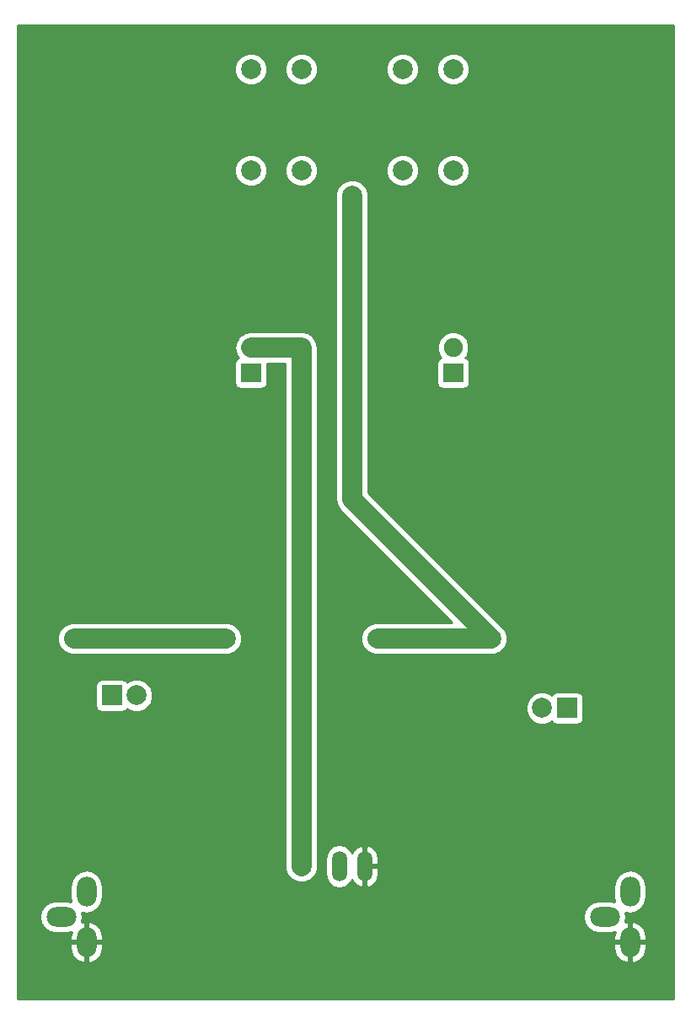
<source format=gtl>
G04 #@! TF.FileFunction,Copper,L1,Top,Signal*
%FSLAX46Y46*%
G04 Gerber Fmt 4.6, Leading zero omitted, Abs format (unit mm)*
G04 Created by KiCad (PCBNEW 4.0.5-e0-6337~49~ubuntu16.04.1) date Wed Dec 28 20:02:50 2016*
%MOMM*%
%LPD*%
G01*
G04 APERTURE LIST*
%ADD10C,0.200000*%
%ADD11R,2.000000X1.900000*%
%ADD12C,1.900000*%
%ADD13C,1.998980*%
%ADD14O,2.999740X1.998980*%
%ADD15O,1.998980X2.999740*%
%ADD16R,2.000000X2.000000*%
%ADD17C,2.000000*%
%ADD18O,1.506220X3.014980*%
%ADD19C,2.000000*%
%ADD20C,0.254000*%
G04 APERTURE END LIST*
D10*
D11*
X25400000Y64770000D03*
D12*
X25400000Y67310000D03*
D11*
X45720000Y64770000D03*
D12*
X45720000Y67310000D03*
D13*
X25400000Y85090000D03*
X25400000Y95250000D03*
X30480000Y85090000D03*
X30480000Y95250000D03*
X40640000Y85090000D03*
X40640000Y95250000D03*
X45720000Y85090000D03*
X45720000Y95250000D03*
D14*
X6350000Y10160000D03*
D15*
X8890000Y7620000D03*
X8890000Y12700000D03*
D14*
X60960000Y10160000D03*
D15*
X63500000Y7620000D03*
X63500000Y12700000D03*
D16*
X57150000Y31115000D03*
D17*
X54650000Y31115000D03*
D16*
X11430000Y32385000D03*
D17*
X13930000Y32385000D03*
D18*
X34290000Y15240000D03*
X36830000Y15240000D03*
D17*
X38100000Y38100000D03*
X22860000Y38100000D03*
X7620000Y38100000D03*
X35560000Y82550000D03*
X49530000Y38100000D03*
X30480000Y15240000D03*
D19*
X38100000Y38100000D02*
X49530000Y38100000D01*
X7620000Y38100000D02*
X22860000Y38100000D01*
X35560000Y52070000D02*
X35560000Y82550000D01*
X49530000Y38100000D02*
X35560000Y52070000D01*
X30480000Y67310000D02*
X25400000Y67310000D01*
X30480000Y15240000D02*
X30480000Y67310000D01*
D20*
G36*
X67870000Y1980000D02*
X1980000Y1980000D01*
X1980000Y7493000D01*
X7255510Y7493000D01*
X7255510Y6992620D01*
X7428529Y6376795D01*
X7824044Y5874058D01*
X8381841Y5560947D01*
X8509646Y5530001D01*
X8763000Y5649355D01*
X8763000Y7493000D01*
X9017000Y7493000D01*
X9017000Y5649355D01*
X9270354Y5530001D01*
X9398159Y5560947D01*
X9955956Y5874058D01*
X10351471Y6376795D01*
X10524490Y6992620D01*
X10524490Y7493000D01*
X61865510Y7493000D01*
X61865510Y6992620D01*
X62038529Y6376795D01*
X62434044Y5874058D01*
X62991841Y5560947D01*
X63119646Y5530001D01*
X63373000Y5649355D01*
X63373000Y7493000D01*
X63627000Y7493000D01*
X63627000Y5649355D01*
X63880354Y5530001D01*
X64008159Y5560947D01*
X64565956Y5874058D01*
X64961471Y6376795D01*
X65134490Y6992620D01*
X65134490Y7493000D01*
X63627000Y7493000D01*
X63373000Y7493000D01*
X61865510Y7493000D01*
X10524490Y7493000D01*
X9017000Y7493000D01*
X8763000Y7493000D01*
X7255510Y7493000D01*
X1980000Y7493000D01*
X1980000Y10160000D01*
X4173305Y10160000D01*
X4297723Y9534508D01*
X4652036Y9004241D01*
X5182303Y8649928D01*
X5807795Y8525510D01*
X6892205Y8525510D01*
X7359783Y8618517D01*
X7255510Y8247380D01*
X7255510Y7747000D01*
X8763000Y7747000D01*
X8763000Y9590645D01*
X9017000Y9590645D01*
X9017000Y7747000D01*
X10524490Y7747000D01*
X10524490Y8247380D01*
X10351471Y8863205D01*
X9955956Y9365942D01*
X9398159Y9679053D01*
X9270354Y9709999D01*
X9017000Y9590645D01*
X8763000Y9590645D01*
X8509646Y9709999D01*
X8433518Y9691566D01*
X8526695Y10160000D01*
X58783305Y10160000D01*
X58907723Y9534508D01*
X59262036Y9004241D01*
X59792303Y8649928D01*
X60417795Y8525510D01*
X61502205Y8525510D01*
X61969783Y8618517D01*
X61865510Y8247380D01*
X61865510Y7747000D01*
X63373000Y7747000D01*
X63373000Y9590645D01*
X63627000Y9590645D01*
X63627000Y7747000D01*
X65134490Y7747000D01*
X65134490Y8247380D01*
X64961471Y8863205D01*
X64565956Y9365942D01*
X64008159Y9679053D01*
X63880354Y9709999D01*
X63627000Y9590645D01*
X63373000Y9590645D01*
X63119646Y9709999D01*
X63043518Y9691566D01*
X63136695Y10160000D01*
X63046485Y10613515D01*
X63500000Y10523305D01*
X64125492Y10647723D01*
X64655759Y11002036D01*
X65010072Y11532303D01*
X65134490Y12157795D01*
X65134490Y13242205D01*
X65010072Y13867697D01*
X64655759Y14397964D01*
X64125492Y14752277D01*
X63500000Y14876695D01*
X62874508Y14752277D01*
X62344241Y14397964D01*
X61989928Y13867697D01*
X61865510Y13242205D01*
X61865510Y12157795D01*
X61955720Y11704280D01*
X61502205Y11794490D01*
X60417795Y11794490D01*
X59792303Y11670072D01*
X59262036Y11315759D01*
X58907723Y10785492D01*
X58783305Y10160000D01*
X8526695Y10160000D01*
X8436485Y10613515D01*
X8890000Y10523305D01*
X9515492Y10647723D01*
X10045759Y11002036D01*
X10400072Y11532303D01*
X10524490Y12157795D01*
X10524490Y13242205D01*
X10400072Y13867697D01*
X10045759Y14397964D01*
X9515492Y14752277D01*
X8890000Y14876695D01*
X8264508Y14752277D01*
X7734241Y14397964D01*
X7379928Y13867697D01*
X7255510Y13242205D01*
X7255510Y12157795D01*
X7345720Y11704280D01*
X6892205Y11794490D01*
X5807795Y11794490D01*
X5182303Y11670072D01*
X4652036Y11315759D01*
X4297723Y10785492D01*
X4173305Y10160000D01*
X1980000Y10160000D01*
X1980000Y33385000D01*
X9782560Y33385000D01*
X9782560Y31385000D01*
X9826838Y31149683D01*
X9965910Y30933559D01*
X10178110Y30788569D01*
X10430000Y30737560D01*
X12430000Y30737560D01*
X12665317Y30781838D01*
X12881441Y30920910D01*
X12962656Y31039773D01*
X13002637Y30999722D01*
X13603352Y30750284D01*
X14253795Y30749716D01*
X14854943Y30998106D01*
X15315278Y31457637D01*
X15564716Y32058352D01*
X15565284Y32708795D01*
X15316894Y33309943D01*
X14857363Y33770278D01*
X14256648Y34019716D01*
X13606205Y34020284D01*
X13005057Y33771894D01*
X12962781Y33729692D01*
X12894090Y33836441D01*
X12681890Y33981431D01*
X12430000Y34032440D01*
X10430000Y34032440D01*
X10194683Y33988162D01*
X9978559Y33849090D01*
X9833569Y33636890D01*
X9782560Y33385000D01*
X1980000Y33385000D01*
X1980000Y37776205D01*
X5984716Y37776205D01*
X6233106Y37175057D01*
X6692637Y36714722D01*
X7293352Y36465284D01*
X7943795Y36464716D01*
X7944482Y36465000D01*
X22858573Y36465000D01*
X23183795Y36464716D01*
X23784943Y36713106D01*
X24245278Y37172637D01*
X24494716Y37773352D01*
X24495284Y38423795D01*
X24246894Y39024943D01*
X23787363Y39485278D01*
X23186648Y39734716D01*
X22536205Y39735284D01*
X22535518Y39735000D01*
X7621426Y39735000D01*
X7296205Y39735284D01*
X6695057Y39486894D01*
X6234722Y39027363D01*
X5985284Y38426648D01*
X5984716Y37776205D01*
X1980000Y37776205D01*
X1980000Y65720000D01*
X23752560Y65720000D01*
X23752560Y63820000D01*
X23796838Y63584683D01*
X23935910Y63368559D01*
X24148110Y63223569D01*
X24400000Y63172560D01*
X26400000Y63172560D01*
X26635317Y63216838D01*
X26851441Y63355910D01*
X26996431Y63568110D01*
X27047440Y63820000D01*
X27047440Y65675000D01*
X28845000Y65675000D01*
X28845000Y15241426D01*
X28844716Y14916205D01*
X29093106Y14315057D01*
X29552637Y13854722D01*
X30153352Y13605284D01*
X30803795Y13604716D01*
X31404943Y13853106D01*
X31865278Y14312637D01*
X32114716Y14913352D01*
X32115284Y15563795D01*
X32115000Y15564482D01*
X32115000Y16036354D01*
X32901890Y16036354D01*
X32901890Y14443646D01*
X33007554Y13912439D01*
X33308458Y13462104D01*
X33758793Y13161200D01*
X34290000Y13055536D01*
X34821207Y13161200D01*
X35271542Y13462104D01*
X35572446Y13912439D01*
X35573016Y13915306D01*
X35596154Y13837081D01*
X35938260Y13414276D01*
X36416125Y13154573D01*
X36488326Y13140217D01*
X36703000Y13262838D01*
X36703000Y15113000D01*
X36957000Y15113000D01*
X36957000Y13262838D01*
X37171674Y13140217D01*
X37243875Y13154573D01*
X37721740Y13414276D01*
X38063846Y13837081D01*
X38218110Y14358620D01*
X38218110Y15113000D01*
X36957000Y15113000D01*
X36703000Y15113000D01*
X36683000Y15113000D01*
X36683000Y15367000D01*
X36703000Y15367000D01*
X36703000Y17217162D01*
X36957000Y17217162D01*
X36957000Y15367000D01*
X38218110Y15367000D01*
X38218110Y16121380D01*
X38063846Y16642919D01*
X37721740Y17065724D01*
X37243875Y17325427D01*
X37171674Y17339783D01*
X36957000Y17217162D01*
X36703000Y17217162D01*
X36488326Y17339783D01*
X36416125Y17325427D01*
X35938260Y17065724D01*
X35596154Y16642919D01*
X35573016Y16564694D01*
X35572446Y16567561D01*
X35271542Y17017896D01*
X34821207Y17318800D01*
X34290000Y17424464D01*
X33758793Y17318800D01*
X33308458Y17017896D01*
X33007554Y16567561D01*
X32901890Y16036354D01*
X32115000Y16036354D01*
X32115000Y30791205D01*
X53014716Y30791205D01*
X53263106Y30190057D01*
X53722637Y29729722D01*
X54323352Y29480284D01*
X54973795Y29479716D01*
X55574943Y29728106D01*
X55617219Y29770308D01*
X55685910Y29663559D01*
X55898110Y29518569D01*
X56150000Y29467560D01*
X58150000Y29467560D01*
X58385317Y29511838D01*
X58601441Y29650910D01*
X58746431Y29863110D01*
X58797440Y30115000D01*
X58797440Y32115000D01*
X58753162Y32350317D01*
X58614090Y32566441D01*
X58401890Y32711431D01*
X58150000Y32762440D01*
X56150000Y32762440D01*
X55914683Y32718162D01*
X55698559Y32579090D01*
X55617344Y32460227D01*
X55577363Y32500278D01*
X54976648Y32749716D01*
X54326205Y32750284D01*
X53725057Y32501894D01*
X53264722Y32042363D01*
X53015284Y31441648D01*
X53014716Y30791205D01*
X32115000Y30791205D01*
X32115000Y67310000D01*
X31990543Y67935687D01*
X31636120Y68466120D01*
X31105687Y68820543D01*
X30480000Y68945000D01*
X25400000Y68945000D01*
X25149736Y68895219D01*
X25086107Y68895275D01*
X25026782Y68870762D01*
X24774313Y68820543D01*
X24562146Y68678778D01*
X24503343Y68654481D01*
X24457918Y68609135D01*
X24243880Y68466120D01*
X24102116Y68253954D01*
X24057086Y68209003D01*
X24032471Y68149723D01*
X23889457Y67935687D01*
X23839676Y67685420D01*
X23815276Y67626659D01*
X23815220Y67562472D01*
X23765000Y67310000D01*
X23814781Y67059736D01*
X23814725Y66996107D01*
X23839238Y66936782D01*
X23889457Y66684313D01*
X24031222Y66472146D01*
X24055519Y66413343D01*
X24100865Y66367918D01*
X24140967Y66307901D01*
X23948559Y66184090D01*
X23803569Y65971890D01*
X23752560Y65720000D01*
X1980000Y65720000D01*
X1980000Y82226205D01*
X33924716Y82226205D01*
X33925000Y82225518D01*
X33925000Y52070005D01*
X33924999Y52070000D01*
X34049457Y51444312D01*
X34403880Y50913880D01*
X45582761Y39735000D01*
X38101426Y39735000D01*
X37776205Y39735284D01*
X37175057Y39486894D01*
X36714722Y39027363D01*
X36465284Y38426648D01*
X36464716Y37776205D01*
X36713106Y37175057D01*
X37172637Y36714722D01*
X37773352Y36465284D01*
X38423795Y36464716D01*
X38424482Y36465000D01*
X49528573Y36465000D01*
X49853795Y36464716D01*
X50454943Y36713106D01*
X50915278Y37172637D01*
X51164716Y37773352D01*
X51165284Y38423795D01*
X50916894Y39024943D01*
X50457363Y39485278D01*
X50456676Y39485563D01*
X37195000Y52747240D01*
X37195000Y65720000D01*
X44072560Y65720000D01*
X44072560Y63820000D01*
X44116838Y63584683D01*
X44255910Y63368559D01*
X44468110Y63223569D01*
X44720000Y63172560D01*
X46720000Y63172560D01*
X46955317Y63216838D01*
X47171441Y63355910D01*
X47316431Y63568110D01*
X47367440Y63820000D01*
X47367440Y65720000D01*
X47323162Y65955317D01*
X47184090Y66171441D01*
X46971890Y66316431D01*
X46968808Y66317055D01*
X47062914Y66410997D01*
X47304724Y66993341D01*
X47305275Y67623893D01*
X47064481Y68206657D01*
X46619003Y68652914D01*
X46036659Y68894724D01*
X45406107Y68895275D01*
X44823343Y68654481D01*
X44377086Y68209003D01*
X44135276Y67626659D01*
X44134725Y66996107D01*
X44375519Y66413343D01*
X44473029Y66315663D01*
X44268559Y66184090D01*
X44123569Y65971890D01*
X44072560Y65720000D01*
X37195000Y65720000D01*
X37195000Y82548573D01*
X37195284Y82873795D01*
X36946894Y83474943D01*
X36487363Y83935278D01*
X35886648Y84184716D01*
X35236205Y84185284D01*
X34635057Y83936894D01*
X34174722Y83477363D01*
X33925284Y82876648D01*
X33924716Y82226205D01*
X1980000Y82226205D01*
X1980000Y84766306D01*
X23765226Y84766306D01*
X24013538Y84165345D01*
X24472927Y83705154D01*
X25073453Y83455794D01*
X25723694Y83455226D01*
X26324655Y83703538D01*
X26784846Y84162927D01*
X27034206Y84763453D01*
X27034208Y84766306D01*
X28845226Y84766306D01*
X29093538Y84165345D01*
X29552927Y83705154D01*
X30153453Y83455794D01*
X30803694Y83455226D01*
X31404655Y83703538D01*
X31864846Y84162927D01*
X32114206Y84763453D01*
X32114208Y84766306D01*
X39005226Y84766306D01*
X39253538Y84165345D01*
X39712927Y83705154D01*
X40313453Y83455794D01*
X40963694Y83455226D01*
X41564655Y83703538D01*
X42024846Y84162927D01*
X42274206Y84763453D01*
X42274208Y84766306D01*
X44085226Y84766306D01*
X44333538Y84165345D01*
X44792927Y83705154D01*
X45393453Y83455794D01*
X46043694Y83455226D01*
X46644655Y83703538D01*
X47104846Y84162927D01*
X47354206Y84763453D01*
X47354774Y85413694D01*
X47106462Y86014655D01*
X46647073Y86474846D01*
X46046547Y86724206D01*
X45396306Y86724774D01*
X44795345Y86476462D01*
X44335154Y86017073D01*
X44085794Y85416547D01*
X44085226Y84766306D01*
X42274208Y84766306D01*
X42274774Y85413694D01*
X42026462Y86014655D01*
X41567073Y86474846D01*
X40966547Y86724206D01*
X40316306Y86724774D01*
X39715345Y86476462D01*
X39255154Y86017073D01*
X39005794Y85416547D01*
X39005226Y84766306D01*
X32114208Y84766306D01*
X32114774Y85413694D01*
X31866462Y86014655D01*
X31407073Y86474846D01*
X30806547Y86724206D01*
X30156306Y86724774D01*
X29555345Y86476462D01*
X29095154Y86017073D01*
X28845794Y85416547D01*
X28845226Y84766306D01*
X27034208Y84766306D01*
X27034774Y85413694D01*
X26786462Y86014655D01*
X26327073Y86474846D01*
X25726547Y86724206D01*
X25076306Y86724774D01*
X24475345Y86476462D01*
X24015154Y86017073D01*
X23765794Y85416547D01*
X23765226Y84766306D01*
X1980000Y84766306D01*
X1980000Y94926306D01*
X23765226Y94926306D01*
X24013538Y94325345D01*
X24472927Y93865154D01*
X25073453Y93615794D01*
X25723694Y93615226D01*
X26324655Y93863538D01*
X26784846Y94322927D01*
X27034206Y94923453D01*
X27034208Y94926306D01*
X28845226Y94926306D01*
X29093538Y94325345D01*
X29552927Y93865154D01*
X30153453Y93615794D01*
X30803694Y93615226D01*
X31404655Y93863538D01*
X31864846Y94322927D01*
X32114206Y94923453D01*
X32114208Y94926306D01*
X39005226Y94926306D01*
X39253538Y94325345D01*
X39712927Y93865154D01*
X40313453Y93615794D01*
X40963694Y93615226D01*
X41564655Y93863538D01*
X42024846Y94322927D01*
X42274206Y94923453D01*
X42274208Y94926306D01*
X44085226Y94926306D01*
X44333538Y94325345D01*
X44792927Y93865154D01*
X45393453Y93615794D01*
X46043694Y93615226D01*
X46644655Y93863538D01*
X47104846Y94322927D01*
X47354206Y94923453D01*
X47354774Y95573694D01*
X47106462Y96174655D01*
X46647073Y96634846D01*
X46046547Y96884206D01*
X45396306Y96884774D01*
X44795345Y96636462D01*
X44335154Y96177073D01*
X44085794Y95576547D01*
X44085226Y94926306D01*
X42274208Y94926306D01*
X42274774Y95573694D01*
X42026462Y96174655D01*
X41567073Y96634846D01*
X40966547Y96884206D01*
X40316306Y96884774D01*
X39715345Y96636462D01*
X39255154Y96177073D01*
X39005794Y95576547D01*
X39005226Y94926306D01*
X32114208Y94926306D01*
X32114774Y95573694D01*
X31866462Y96174655D01*
X31407073Y96634846D01*
X30806547Y96884206D01*
X30156306Y96884774D01*
X29555345Y96636462D01*
X29095154Y96177073D01*
X28845794Y95576547D01*
X28845226Y94926306D01*
X27034208Y94926306D01*
X27034774Y95573694D01*
X26786462Y96174655D01*
X26327073Y96634846D01*
X25726547Y96884206D01*
X25076306Y96884774D01*
X24475345Y96636462D01*
X24015154Y96177073D01*
X23765794Y95576547D01*
X23765226Y94926306D01*
X1980000Y94926306D01*
X1980000Y99620000D01*
X67870000Y99620000D01*
X67870000Y1980000D01*
X67870000Y1980000D01*
G37*
X67870000Y1980000D02*
X1980000Y1980000D01*
X1980000Y7493000D01*
X7255510Y7493000D01*
X7255510Y6992620D01*
X7428529Y6376795D01*
X7824044Y5874058D01*
X8381841Y5560947D01*
X8509646Y5530001D01*
X8763000Y5649355D01*
X8763000Y7493000D01*
X9017000Y7493000D01*
X9017000Y5649355D01*
X9270354Y5530001D01*
X9398159Y5560947D01*
X9955956Y5874058D01*
X10351471Y6376795D01*
X10524490Y6992620D01*
X10524490Y7493000D01*
X61865510Y7493000D01*
X61865510Y6992620D01*
X62038529Y6376795D01*
X62434044Y5874058D01*
X62991841Y5560947D01*
X63119646Y5530001D01*
X63373000Y5649355D01*
X63373000Y7493000D01*
X63627000Y7493000D01*
X63627000Y5649355D01*
X63880354Y5530001D01*
X64008159Y5560947D01*
X64565956Y5874058D01*
X64961471Y6376795D01*
X65134490Y6992620D01*
X65134490Y7493000D01*
X63627000Y7493000D01*
X63373000Y7493000D01*
X61865510Y7493000D01*
X10524490Y7493000D01*
X9017000Y7493000D01*
X8763000Y7493000D01*
X7255510Y7493000D01*
X1980000Y7493000D01*
X1980000Y10160000D01*
X4173305Y10160000D01*
X4297723Y9534508D01*
X4652036Y9004241D01*
X5182303Y8649928D01*
X5807795Y8525510D01*
X6892205Y8525510D01*
X7359783Y8618517D01*
X7255510Y8247380D01*
X7255510Y7747000D01*
X8763000Y7747000D01*
X8763000Y9590645D01*
X9017000Y9590645D01*
X9017000Y7747000D01*
X10524490Y7747000D01*
X10524490Y8247380D01*
X10351471Y8863205D01*
X9955956Y9365942D01*
X9398159Y9679053D01*
X9270354Y9709999D01*
X9017000Y9590645D01*
X8763000Y9590645D01*
X8509646Y9709999D01*
X8433518Y9691566D01*
X8526695Y10160000D01*
X58783305Y10160000D01*
X58907723Y9534508D01*
X59262036Y9004241D01*
X59792303Y8649928D01*
X60417795Y8525510D01*
X61502205Y8525510D01*
X61969783Y8618517D01*
X61865510Y8247380D01*
X61865510Y7747000D01*
X63373000Y7747000D01*
X63373000Y9590645D01*
X63627000Y9590645D01*
X63627000Y7747000D01*
X65134490Y7747000D01*
X65134490Y8247380D01*
X64961471Y8863205D01*
X64565956Y9365942D01*
X64008159Y9679053D01*
X63880354Y9709999D01*
X63627000Y9590645D01*
X63373000Y9590645D01*
X63119646Y9709999D01*
X63043518Y9691566D01*
X63136695Y10160000D01*
X63046485Y10613515D01*
X63500000Y10523305D01*
X64125492Y10647723D01*
X64655759Y11002036D01*
X65010072Y11532303D01*
X65134490Y12157795D01*
X65134490Y13242205D01*
X65010072Y13867697D01*
X64655759Y14397964D01*
X64125492Y14752277D01*
X63500000Y14876695D01*
X62874508Y14752277D01*
X62344241Y14397964D01*
X61989928Y13867697D01*
X61865510Y13242205D01*
X61865510Y12157795D01*
X61955720Y11704280D01*
X61502205Y11794490D01*
X60417795Y11794490D01*
X59792303Y11670072D01*
X59262036Y11315759D01*
X58907723Y10785492D01*
X58783305Y10160000D01*
X8526695Y10160000D01*
X8436485Y10613515D01*
X8890000Y10523305D01*
X9515492Y10647723D01*
X10045759Y11002036D01*
X10400072Y11532303D01*
X10524490Y12157795D01*
X10524490Y13242205D01*
X10400072Y13867697D01*
X10045759Y14397964D01*
X9515492Y14752277D01*
X8890000Y14876695D01*
X8264508Y14752277D01*
X7734241Y14397964D01*
X7379928Y13867697D01*
X7255510Y13242205D01*
X7255510Y12157795D01*
X7345720Y11704280D01*
X6892205Y11794490D01*
X5807795Y11794490D01*
X5182303Y11670072D01*
X4652036Y11315759D01*
X4297723Y10785492D01*
X4173305Y10160000D01*
X1980000Y10160000D01*
X1980000Y33385000D01*
X9782560Y33385000D01*
X9782560Y31385000D01*
X9826838Y31149683D01*
X9965910Y30933559D01*
X10178110Y30788569D01*
X10430000Y30737560D01*
X12430000Y30737560D01*
X12665317Y30781838D01*
X12881441Y30920910D01*
X12962656Y31039773D01*
X13002637Y30999722D01*
X13603352Y30750284D01*
X14253795Y30749716D01*
X14854943Y30998106D01*
X15315278Y31457637D01*
X15564716Y32058352D01*
X15565284Y32708795D01*
X15316894Y33309943D01*
X14857363Y33770278D01*
X14256648Y34019716D01*
X13606205Y34020284D01*
X13005057Y33771894D01*
X12962781Y33729692D01*
X12894090Y33836441D01*
X12681890Y33981431D01*
X12430000Y34032440D01*
X10430000Y34032440D01*
X10194683Y33988162D01*
X9978559Y33849090D01*
X9833569Y33636890D01*
X9782560Y33385000D01*
X1980000Y33385000D01*
X1980000Y37776205D01*
X5984716Y37776205D01*
X6233106Y37175057D01*
X6692637Y36714722D01*
X7293352Y36465284D01*
X7943795Y36464716D01*
X7944482Y36465000D01*
X22858573Y36465000D01*
X23183795Y36464716D01*
X23784943Y36713106D01*
X24245278Y37172637D01*
X24494716Y37773352D01*
X24495284Y38423795D01*
X24246894Y39024943D01*
X23787363Y39485278D01*
X23186648Y39734716D01*
X22536205Y39735284D01*
X22535518Y39735000D01*
X7621426Y39735000D01*
X7296205Y39735284D01*
X6695057Y39486894D01*
X6234722Y39027363D01*
X5985284Y38426648D01*
X5984716Y37776205D01*
X1980000Y37776205D01*
X1980000Y65720000D01*
X23752560Y65720000D01*
X23752560Y63820000D01*
X23796838Y63584683D01*
X23935910Y63368559D01*
X24148110Y63223569D01*
X24400000Y63172560D01*
X26400000Y63172560D01*
X26635317Y63216838D01*
X26851441Y63355910D01*
X26996431Y63568110D01*
X27047440Y63820000D01*
X27047440Y65675000D01*
X28845000Y65675000D01*
X28845000Y15241426D01*
X28844716Y14916205D01*
X29093106Y14315057D01*
X29552637Y13854722D01*
X30153352Y13605284D01*
X30803795Y13604716D01*
X31404943Y13853106D01*
X31865278Y14312637D01*
X32114716Y14913352D01*
X32115284Y15563795D01*
X32115000Y15564482D01*
X32115000Y16036354D01*
X32901890Y16036354D01*
X32901890Y14443646D01*
X33007554Y13912439D01*
X33308458Y13462104D01*
X33758793Y13161200D01*
X34290000Y13055536D01*
X34821207Y13161200D01*
X35271542Y13462104D01*
X35572446Y13912439D01*
X35573016Y13915306D01*
X35596154Y13837081D01*
X35938260Y13414276D01*
X36416125Y13154573D01*
X36488326Y13140217D01*
X36703000Y13262838D01*
X36703000Y15113000D01*
X36957000Y15113000D01*
X36957000Y13262838D01*
X37171674Y13140217D01*
X37243875Y13154573D01*
X37721740Y13414276D01*
X38063846Y13837081D01*
X38218110Y14358620D01*
X38218110Y15113000D01*
X36957000Y15113000D01*
X36703000Y15113000D01*
X36683000Y15113000D01*
X36683000Y15367000D01*
X36703000Y15367000D01*
X36703000Y17217162D01*
X36957000Y17217162D01*
X36957000Y15367000D01*
X38218110Y15367000D01*
X38218110Y16121380D01*
X38063846Y16642919D01*
X37721740Y17065724D01*
X37243875Y17325427D01*
X37171674Y17339783D01*
X36957000Y17217162D01*
X36703000Y17217162D01*
X36488326Y17339783D01*
X36416125Y17325427D01*
X35938260Y17065724D01*
X35596154Y16642919D01*
X35573016Y16564694D01*
X35572446Y16567561D01*
X35271542Y17017896D01*
X34821207Y17318800D01*
X34290000Y17424464D01*
X33758793Y17318800D01*
X33308458Y17017896D01*
X33007554Y16567561D01*
X32901890Y16036354D01*
X32115000Y16036354D01*
X32115000Y30791205D01*
X53014716Y30791205D01*
X53263106Y30190057D01*
X53722637Y29729722D01*
X54323352Y29480284D01*
X54973795Y29479716D01*
X55574943Y29728106D01*
X55617219Y29770308D01*
X55685910Y29663559D01*
X55898110Y29518569D01*
X56150000Y29467560D01*
X58150000Y29467560D01*
X58385317Y29511838D01*
X58601441Y29650910D01*
X58746431Y29863110D01*
X58797440Y30115000D01*
X58797440Y32115000D01*
X58753162Y32350317D01*
X58614090Y32566441D01*
X58401890Y32711431D01*
X58150000Y32762440D01*
X56150000Y32762440D01*
X55914683Y32718162D01*
X55698559Y32579090D01*
X55617344Y32460227D01*
X55577363Y32500278D01*
X54976648Y32749716D01*
X54326205Y32750284D01*
X53725057Y32501894D01*
X53264722Y32042363D01*
X53015284Y31441648D01*
X53014716Y30791205D01*
X32115000Y30791205D01*
X32115000Y67310000D01*
X31990543Y67935687D01*
X31636120Y68466120D01*
X31105687Y68820543D01*
X30480000Y68945000D01*
X25400000Y68945000D01*
X25149736Y68895219D01*
X25086107Y68895275D01*
X25026782Y68870762D01*
X24774313Y68820543D01*
X24562146Y68678778D01*
X24503343Y68654481D01*
X24457918Y68609135D01*
X24243880Y68466120D01*
X24102116Y68253954D01*
X24057086Y68209003D01*
X24032471Y68149723D01*
X23889457Y67935687D01*
X23839676Y67685420D01*
X23815276Y67626659D01*
X23815220Y67562472D01*
X23765000Y67310000D01*
X23814781Y67059736D01*
X23814725Y66996107D01*
X23839238Y66936782D01*
X23889457Y66684313D01*
X24031222Y66472146D01*
X24055519Y66413343D01*
X24100865Y66367918D01*
X24140967Y66307901D01*
X23948559Y66184090D01*
X23803569Y65971890D01*
X23752560Y65720000D01*
X1980000Y65720000D01*
X1980000Y82226205D01*
X33924716Y82226205D01*
X33925000Y82225518D01*
X33925000Y52070005D01*
X33924999Y52070000D01*
X34049457Y51444312D01*
X34403880Y50913880D01*
X45582761Y39735000D01*
X38101426Y39735000D01*
X37776205Y39735284D01*
X37175057Y39486894D01*
X36714722Y39027363D01*
X36465284Y38426648D01*
X36464716Y37776205D01*
X36713106Y37175057D01*
X37172637Y36714722D01*
X37773352Y36465284D01*
X38423795Y36464716D01*
X38424482Y36465000D01*
X49528573Y36465000D01*
X49853795Y36464716D01*
X50454943Y36713106D01*
X50915278Y37172637D01*
X51164716Y37773352D01*
X51165284Y38423795D01*
X50916894Y39024943D01*
X50457363Y39485278D01*
X50456676Y39485563D01*
X37195000Y52747240D01*
X37195000Y65720000D01*
X44072560Y65720000D01*
X44072560Y63820000D01*
X44116838Y63584683D01*
X44255910Y63368559D01*
X44468110Y63223569D01*
X44720000Y63172560D01*
X46720000Y63172560D01*
X46955317Y63216838D01*
X47171441Y63355910D01*
X47316431Y63568110D01*
X47367440Y63820000D01*
X47367440Y65720000D01*
X47323162Y65955317D01*
X47184090Y66171441D01*
X46971890Y66316431D01*
X46968808Y66317055D01*
X47062914Y66410997D01*
X47304724Y66993341D01*
X47305275Y67623893D01*
X47064481Y68206657D01*
X46619003Y68652914D01*
X46036659Y68894724D01*
X45406107Y68895275D01*
X44823343Y68654481D01*
X44377086Y68209003D01*
X44135276Y67626659D01*
X44134725Y66996107D01*
X44375519Y66413343D01*
X44473029Y66315663D01*
X44268559Y66184090D01*
X44123569Y65971890D01*
X44072560Y65720000D01*
X37195000Y65720000D01*
X37195000Y82548573D01*
X37195284Y82873795D01*
X36946894Y83474943D01*
X36487363Y83935278D01*
X35886648Y84184716D01*
X35236205Y84185284D01*
X34635057Y83936894D01*
X34174722Y83477363D01*
X33925284Y82876648D01*
X33924716Y82226205D01*
X1980000Y82226205D01*
X1980000Y84766306D01*
X23765226Y84766306D01*
X24013538Y84165345D01*
X24472927Y83705154D01*
X25073453Y83455794D01*
X25723694Y83455226D01*
X26324655Y83703538D01*
X26784846Y84162927D01*
X27034206Y84763453D01*
X27034208Y84766306D01*
X28845226Y84766306D01*
X29093538Y84165345D01*
X29552927Y83705154D01*
X30153453Y83455794D01*
X30803694Y83455226D01*
X31404655Y83703538D01*
X31864846Y84162927D01*
X32114206Y84763453D01*
X32114208Y84766306D01*
X39005226Y84766306D01*
X39253538Y84165345D01*
X39712927Y83705154D01*
X40313453Y83455794D01*
X40963694Y83455226D01*
X41564655Y83703538D01*
X42024846Y84162927D01*
X42274206Y84763453D01*
X42274208Y84766306D01*
X44085226Y84766306D01*
X44333538Y84165345D01*
X44792927Y83705154D01*
X45393453Y83455794D01*
X46043694Y83455226D01*
X46644655Y83703538D01*
X47104846Y84162927D01*
X47354206Y84763453D01*
X47354774Y85413694D01*
X47106462Y86014655D01*
X46647073Y86474846D01*
X46046547Y86724206D01*
X45396306Y86724774D01*
X44795345Y86476462D01*
X44335154Y86017073D01*
X44085794Y85416547D01*
X44085226Y84766306D01*
X42274208Y84766306D01*
X42274774Y85413694D01*
X42026462Y86014655D01*
X41567073Y86474846D01*
X40966547Y86724206D01*
X40316306Y86724774D01*
X39715345Y86476462D01*
X39255154Y86017073D01*
X39005794Y85416547D01*
X39005226Y84766306D01*
X32114208Y84766306D01*
X32114774Y85413694D01*
X31866462Y86014655D01*
X31407073Y86474846D01*
X30806547Y86724206D01*
X30156306Y86724774D01*
X29555345Y86476462D01*
X29095154Y86017073D01*
X28845794Y85416547D01*
X28845226Y84766306D01*
X27034208Y84766306D01*
X27034774Y85413694D01*
X26786462Y86014655D01*
X26327073Y86474846D01*
X25726547Y86724206D01*
X25076306Y86724774D01*
X24475345Y86476462D01*
X24015154Y86017073D01*
X23765794Y85416547D01*
X23765226Y84766306D01*
X1980000Y84766306D01*
X1980000Y94926306D01*
X23765226Y94926306D01*
X24013538Y94325345D01*
X24472927Y93865154D01*
X25073453Y93615794D01*
X25723694Y93615226D01*
X26324655Y93863538D01*
X26784846Y94322927D01*
X27034206Y94923453D01*
X27034208Y94926306D01*
X28845226Y94926306D01*
X29093538Y94325345D01*
X29552927Y93865154D01*
X30153453Y93615794D01*
X30803694Y93615226D01*
X31404655Y93863538D01*
X31864846Y94322927D01*
X32114206Y94923453D01*
X32114208Y94926306D01*
X39005226Y94926306D01*
X39253538Y94325345D01*
X39712927Y93865154D01*
X40313453Y93615794D01*
X40963694Y93615226D01*
X41564655Y93863538D01*
X42024846Y94322927D01*
X42274206Y94923453D01*
X42274208Y94926306D01*
X44085226Y94926306D01*
X44333538Y94325345D01*
X44792927Y93865154D01*
X45393453Y93615794D01*
X46043694Y93615226D01*
X46644655Y93863538D01*
X47104846Y94322927D01*
X47354206Y94923453D01*
X47354774Y95573694D01*
X47106462Y96174655D01*
X46647073Y96634846D01*
X46046547Y96884206D01*
X45396306Y96884774D01*
X44795345Y96636462D01*
X44335154Y96177073D01*
X44085794Y95576547D01*
X44085226Y94926306D01*
X42274208Y94926306D01*
X42274774Y95573694D01*
X42026462Y96174655D01*
X41567073Y96634846D01*
X40966547Y96884206D01*
X40316306Y96884774D01*
X39715345Y96636462D01*
X39255154Y96177073D01*
X39005794Y95576547D01*
X39005226Y94926306D01*
X32114208Y94926306D01*
X32114774Y95573694D01*
X31866462Y96174655D01*
X31407073Y96634846D01*
X30806547Y96884206D01*
X30156306Y96884774D01*
X29555345Y96636462D01*
X29095154Y96177073D01*
X28845794Y95576547D01*
X28845226Y94926306D01*
X27034208Y94926306D01*
X27034774Y95573694D01*
X26786462Y96174655D01*
X26327073Y96634846D01*
X25726547Y96884206D01*
X25076306Y96884774D01*
X24475345Y96636462D01*
X24015154Y96177073D01*
X23765794Y95576547D01*
X23765226Y94926306D01*
X1980000Y94926306D01*
X1980000Y99620000D01*
X67870000Y99620000D01*
X67870000Y1980000D01*
M02*

</source>
